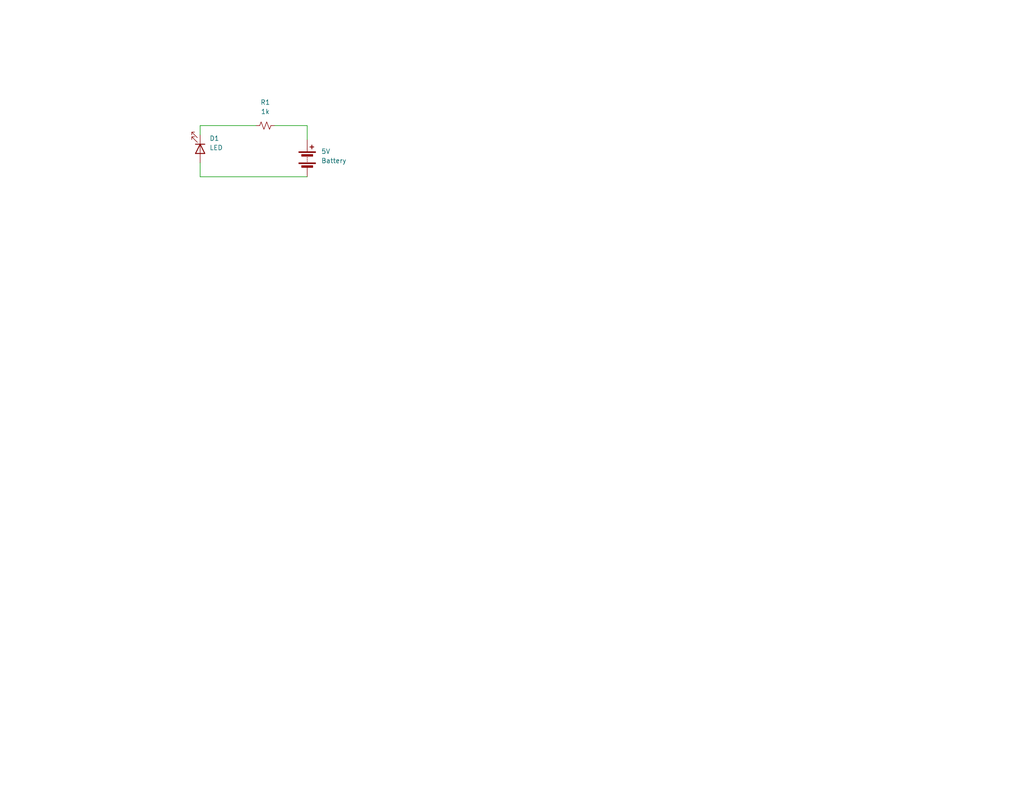
<source format=kicad_sch>
(kicad_sch (version 20231120) (generator "eeschema") (generator_version "8.0")
  (paper "USLetter")
  (title_block (title "Template") (date "2022-08-16") (rev "0.0") (company "Illini Solar Car") (comment 1 "Designed By: Your Name"))
  (lib_symbols
    (symbol "Device:Battery" (pin_numbers hide) (pin_names (offset 0) hide)
      (property "Reference" "BT" (at 2.54 2.54 0))
      (property "Value" "Battery" (at 2.54 0 0))
      (symbol "Battery_0_1"
        (rectangle (start -2.286 -1.27) (end 2.286 -1.524) (fill (type outline)))
        (rectangle (start -2.286 1.778) (end 2.286 1.524) (fill (type outline)))
        (rectangle (start -1.524 -2.032) (end 1.524 -2.54) (fill (type outline)))
        (rectangle (start -1.524 1.016) (end 1.524 0.508) (fill (type outline)))
        (polyline (pts (xy 0 -1.016) (xy 0 -0.762)))
        (polyline (pts (xy 0 -0.508) (xy 0 -0.254)))
        (polyline (pts (xy 0 0) (xy 0 0.254)))
        (polyline (pts (xy 0 1.778) (xy 0 2.54)))
        (polyline (pts (xy 0.762 3.048) (xy 1.778 3.048)) (stroke (width 0.254)))
        (polyline (pts (xy 1.27 3.556) (xy 1.27 2.54)) (stroke (width 0.254)))
      )
      (symbol "Battery_1_1"
        (pin passive line (at 0 5.08 270) (length 2.54) (name "+") (number "1"))
        (pin passive line (at 0 -5.08 90) (length 2.54) (name "-") (number "2"))
      )
    )
    (symbol "Device:LED" (pin_numbers hide) (pin_names (offset 1.016) hide)
      (property "Reference" "D" (at 0 2.54 0))
      (property "Value" "LED" (at 0 -2.54 0))
      (symbol "LED_0_1"
        (polyline (pts (xy -1.27 -1.27) (xy -1.27 1.27)) (stroke (width 0.254)))
        (polyline (pts (xy -1.27 0) (xy 1.27 0)))
        (polyline (pts (xy 1.27 -1.27) (xy 1.27 1.27) (xy -1.27 0) (xy 1.27 -1.27)) (stroke (width 0.254)))
        (polyline (pts (xy -3.048 -0.762) (xy -4.572 -2.286) (xy -3.81 -2.286) (xy -4.572 -2.286) (xy -4.572 -1.524)))
        (polyline (pts (xy -1.778 -0.762) (xy -3.302 -2.286) (xy -2.54 -2.286) (xy -3.302 -2.286) (xy -3.302 -1.524)))
      )
      (symbol "LED_1_1"
        (pin passive line (at -3.81 0 0) (length 2.54) (name "K") (number "1"))
        (pin passive line (at 3.81 0 180) (length 2.54) (name "A") (number "2"))
      )
    )
    (symbol "Device:R_Small_US" (pin_numbers hide) (pin_names (offset 0.254) hide)
      (property "Reference" "R" (at 0.762 0.508 0))
      (property "Value" "R_Small_US" (at 0.762 -1.016 0))
      (symbol "R_Small_US_1_1"
        (polyline (pts (xy 0 0) (xy 1.016 -0.381) (xy 0 -0.762) (xy -1.016 -1.143) (xy 0 -1.524)))
        (polyline (pts (xy 0 1.524) (xy 1.016 1.143) (xy 0 0.762) (xy -1.016 0.381) (xy 0 0)))
        (pin passive line (at 0 2.54 270) (length 1.016) (name "~") (number "1"))
        (pin passive line (at 0 -2.54 90) (length 1.016) (name "~") (number "2"))
      )
    )
  )
  (wire (pts (xy 54.61 34.29) (xy 69.85 34.29)))
  (wire (pts (xy 54.61 36.83) (xy 54.61 34.29)))
  (wire (pts (xy 54.61 44.45) (xy 54.61 48.26)))
  (wire (pts (xy 74.93 34.29) (xy 83.82 34.29)))
  (wire (pts (xy 83.82 34.29) (xy 83.82 38.1)))
  (wire (pts (xy 83.82 48.26) (xy 54.61 48.26)))
  (symbol (lib_id "Device:R_Small_US") (at 72.39 34.29 90) (unit 1)
    (property "Reference" "R1" (at 72.39 27.94 90))
    (property "Value" "1k" (at 72.39 30.48 90))
    (property "Description" "Resistor, small US symbol" (effects (hide yes)))
  )
  (symbol (lib_id "Device:LED") (at 54.61 40.64 270) (unit 1)
    (property "Reference" "D1" (at 57.15 37.7824 90) (effects (justify left)))
    (property "Value" "LED" (at 57.15 40.3224 90) (effects (justify left)))
    (property "Description" "Light emitting diode" (effects (hide yes)))
  )
  (symbol (lib_id "Device:Battery") (at 83.82 43.18 0) (unit 1)
    (property "Reference" "5V" (at 87.63 41.3384 0) (effects (justify left)))
    (property "Value" "Battery" (at 87.63 43.8784 0) (effects (justify left)))
    (property "Description" "Multiple-cell battery" (effects (hide yes)))
  )
)
</source>
